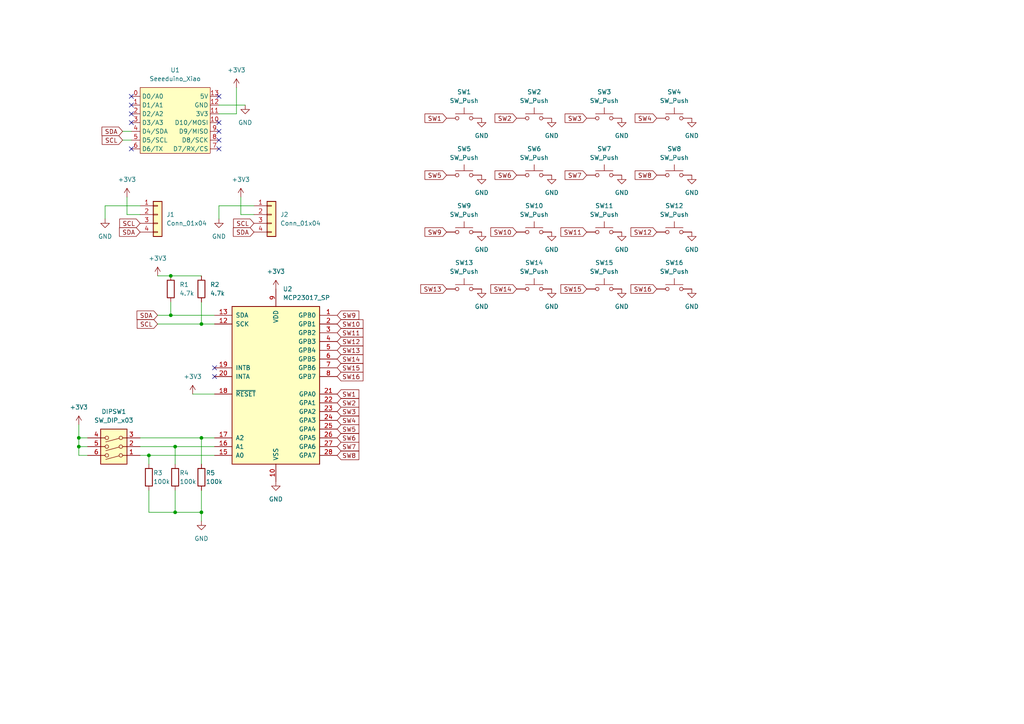
<source format=kicad_sch>
(kicad_sch (version 20211123) (generator eeschema)
  (paper "A4")
  (lib_symbols
    (symbol "1m38_kbd:Seeeduino_Xiao"
      (property "Reference" "U" (at 0 13.97 0))
      (property "Value" "Seeeduino_Xiao" (at 0 11.43 0))
      (symbol "Seeeduino_Xiao_0_1"
        (rectangle (start -10.16 10.16) (end 10.16 -8.89) (fill (type background)))
      )
      (symbol "Seeeduino_Xiao_1_1"
        (pin bidirectional line (at -12.7 7.62 0) (length 2.54) (name "D0/A0") (number "0"))
        (pin bidirectional line (at -12.7 5.08 0) (length 2.54) (name "D1/A1") (number "1"))
        (pin bidirectional line (at 12.7 0 180) (length 2.54) (name "D10/MOSI") (number "10"))
        (pin power_out line (at 12.7 2.54 180) (length 2.54) (name "3V3") (number "11"))
        (pin power_out line (at 12.7 5.08 180) (length 2.54) (name "GND") (number "12"))
        (pin power_out line (at 12.7 7.62 180) (length 2.54) (name "5V") (number "13"))
        (pin bidirectional line (at -12.7 2.54 0) (length 2.54) (name "D2/A2") (number "2"))
        (pin bidirectional line (at -12.7 0 0) (length 2.54) (name "D3/A3") (number "3"))
        (pin bidirectional line (at -12.7 -2.54 0) (length 2.54) (name "D4/SDA") (number "4"))
        (pin bidirectional line (at -12.7 -5.08 0) (length 2.54) (name "D5/SCL") (number "5"))
        (pin bidirectional line (at -12.7 -7.62 0) (length 2.54) (name "D6/TX") (number "6"))
        (pin bidirectional line (at 12.7 -7.62 180) (length 2.54) (name "D7/RX/CS") (number "7"))
        (pin bidirectional line (at 12.7 -5.08 180) (length 2.54) (name "D8/SCK") (number "8"))
        (pin bidirectional line (at 12.7 -2.54 180) (length 2.54) (name "D9/MISO") (number "9"))
      )
    )
    (symbol "Connector_Generic:Conn_01x04" (pin_names (offset 1.016) hide)
      (property "Reference" "J" (at 0 5.08 0))
      (property "Value" "Conn_01x04" (at 0 -7.62 0))
      (symbol "Conn_01x04_1_1"
        (rectangle (start -1.27 -4.953) (end 0 -5.207) (stroke (width 0.1524)))
        (rectangle (start -1.27 -2.413) (end 0 -2.667) (stroke (width 0.1524)))
        (rectangle (start -1.27 0.127) (end 0 -0.127) (stroke (width 0.1524)))
        (rectangle (start -1.27 2.667) (end 0 2.413) (stroke (width 0.1524)))
        (rectangle (start -1.27 3.81) (end 1.27 -6.35) (stroke (width 0.254)) (fill (type background)))
        (pin passive line (at -5.08 2.54 0) (length 3.81) (name "Pin_1") (number "1"))
        (pin passive line (at -5.08 0 0) (length 3.81) (name "Pin_2") (number "2"))
        (pin passive line (at -5.08 -2.54 0) (length 3.81) (name "Pin_3") (number "3"))
        (pin passive line (at -5.08 -5.08 0) (length 3.81) (name "Pin_4") (number "4"))
      )
    )
    (symbol "Device:R" (pin_numbers hide) (pin_names (offset 0))
      (property "Reference" "R" (at 2.032 0 90))
      (property "Value" "R" (at 0 0 90))
      (symbol "R_0_1"
        (rectangle (start -1.016 -2.54) (end 1.016 2.54) (stroke (width 0.254)))
      )
      (symbol "R_1_1"
        (pin passive line (at 0 3.81 270) (length 1.27) (name "~") (number "1"))
        (pin passive line (at 0 -3.81 90) (length 1.27) (name "~") (number "2"))
      )
    )
    (symbol "Interface_Expansion:MCP23017_SP" (pin_names (offset 1.016))
      (property "Reference" "U" (at -11.43 24.13 0))
      (property "Value" "MCP23017_SP" (at 0 0 0))
      (symbol "MCP23017_SP_0_1"
        (rectangle (start -12.7 22.86) (end 12.7 -22.86) (stroke (width 0.254)) (fill (type background)))
      )
      (symbol "MCP23017_SP_1_1"
        (pin bidirectional line (at 17.78 20.32 180) (length 5.08) (name "GPB0") (number "1"))
        (pin power_in line (at 0 -27.94 90) (length 5.08) (name "VSS") (number "10"))
        (pin no_connect line (at -12.7 15.24 0) (length 5.08) hide (name "NC") (number "11"))
        (pin input line (at -17.78 17.78 0) (length 5.08) (name "SCK") (number "12"))
        (pin bidirectional line (at -17.78 20.32 0) (length 5.08) (name "SDA") (number "13"))
        (pin no_connect line (at -12.7 12.7 0) (length 5.08) hide (name "NC") (number "14"))
        (pin input line (at -17.78 -20.32 0) (length 5.08) (name "A0") (number "15"))
        (pin input line (at -17.78 -17.78 0) (length 5.08) (name "A1") (number "16"))
        (pin input line (at -17.78 -15.24 0) (length 5.08) (name "A2") (number "17"))
        (pin input line (at -17.78 -2.54 0) (length 5.08) (name "~{RESET}") (number "18"))
        (pin tri_state line (at -17.78 5.08 0) (length 5.08) (name "INTB") (number "19"))
        (pin bidirectional line (at 17.78 17.78 180) (length 5.08) (name "GPB1") (number "2"))
        (pin tri_state line (at -17.78 2.54 0) (length 5.08) (name "INTA") (number "20"))
        (pin bidirectional line (at 17.78 -2.54 180) (length 5.08) (name "GPA0") (number "21"))
        (pin bidirectional line (at 17.78 -5.08 180) (length 5.08) (name "GPA1") (number "22"))
        (pin bidirectional line (at 17.78 -7.62 180) (length 5.08) (name "GPA2") (number "23"))
        (pin bidirectional line (at 17.78 -10.16 180) (length 5.08) (name "GPA3") (number "24"))
        (pin bidirectional line (at 17.78 -12.7 180) (length 5.08) (name "GPA4") (number "25"))
        (pin bidirectional line (at 17.78 -15.24 180) (length 5.08) (name "GPA5") (number "26"))
        (pin bidirectional line (at 17.78 -17.78 180) (length 5.08) (name "GPA6") (number "27"))
        (pin bidirectional line (at 17.78 -20.32 180) (length 5.08) (name "GPA7") (number "28"))
        (pin bidirectional line (at 17.78 15.24 180) (length 5.08) (name "GPB2") (number "3"))
        (pin bidirectional line (at 17.78 12.7 180) (length 5.08) (name "GPB3") (number "4"))
        (pin bidirectional line (at 17.78 10.16 180) (length 5.08) (name "GPB4") (number "5"))
        (pin bidirectional line (at 17.78 7.62 180) (length 5.08) (name "GPB5") (number "6"))
        (pin bidirectional line (at 17.78 5.08 180) (length 5.08) (name "GPB6") (number "7"))
        (pin bidirectional line (at 17.78 2.54 180) (length 5.08) (name "GPB7") (number "8"))
        (pin power_in line (at 0 27.94 270) (length 5.08) (name "VDD") (number "9"))
      )
    )
    (symbol "Switch:SW_DIP_x03" (pin_names (offset 0) hide)
      (property "Reference" "SW" (at 0 8.89 0))
      (property "Value" "SW_DIP_x03" (at 0 -3.81 0))
      (symbol "SW_DIP_x03_0_0"
        (circle (center -2.032 0) (radius 0.508))
        (circle (center -2.032 2.54) (radius 0.508))
        (circle (center -2.032 5.08) (radius 0.508))
        (polyline (pts (xy -1.524 0.127) (xy 2.3622 1.1684)))
        (polyline (pts (xy -1.524 2.667) (xy 2.3622 3.7084)))
        (polyline (pts (xy -1.524 5.207) (xy 2.3622 6.2484)))
        (circle (center 2.032 0) (radius 0.508))
        (circle (center 2.032 2.54) (radius 0.508))
        (circle (center 2.032 5.08) (radius 0.508))
      )
      (symbol "SW_DIP_x03_0_1"
        (rectangle (start -3.81 7.62) (end 3.81 -2.54) (stroke (width 0.254)) (fill (type background)))
      )
      (symbol "SW_DIP_x03_1_1"
        (pin passive line (at -7.62 5.08 0) (length 5.08) (name "~") (number "1"))
        (pin passive line (at -7.62 2.54 0) (length 5.08) (name "~") (number "2"))
        (pin passive line (at -7.62 0 0) (length 5.08) (name "~") (number "3"))
        (pin passive line (at 7.62 0 180) (length 5.08) (name "~") (number "4"))
        (pin passive line (at 7.62 2.54 180) (length 5.08) (name "~") (number "5"))
        (pin passive line (at 7.62 5.08 180) (length 5.08) (name "~") (number "6"))
      )
    )
    (symbol "Switch:SW_Push" (pin_numbers hide) (pin_names (offset 1.016) hide)
      (property "Reference" "SW" (at 1.27 2.54 0))
      (property "Value" "SW_Push" (at 0 -1.524 0))
      (symbol "SW_Push_0_1"
        (circle (center -2.032 0) (radius 0.508))
        (polyline (pts (xy 0 1.27) (xy 0 3.048)))
        (polyline (pts (xy 2.54 1.27) (xy -2.54 1.27)))
        (circle (center 2.032 0) (radius 0.508))
        (pin passive line (at -5.08 0 0) (length 2.54) (name "1") (number "1"))
        (pin passive line (at 5.08 0 180) (length 2.54) (name "2") (number "2"))
      )
    )
    (symbol "power:+3V3" (power) (pin_names (offset 0))
      (property "Value" "+3V3" (at 0 3.556 0))
      (symbol "+3V3_0_1"
        (polyline (pts (xy -0.762 1.27) (xy 0 2.54)))
        (polyline (pts (xy 0 0) (xy 0 2.54)))
        (polyline (pts (xy 0 2.54) (xy 0.762 1.27)))
      )
      (symbol "+3V3_1_1"
        (pin power_in line (at 0 0 90) (length 0) hide (name "+3V3") (number "1"))
      )
    )
    (symbol "power:GND" (power) (pin_names (offset 0))
      (property "Value" "GND" (at 0 -3.81 0))
      (symbol "GND_0_1"
        (polyline (pts (xy 0 0) (xy 0 -1.27) (xy 1.27 -1.27) (xy 0 -2.54) (xy -1.27 -1.27) (xy 0 -1.27)))
      )
      (symbol "GND_1_1"
        (pin power_in line (at 0 0 270) (length 0) hide (name "GND") (number "1"))
      )
    )
  )
  (junction (at 58.42 93.98))
  (junction (at 43.18 132.08))
  (junction (at 50.8 148.59))
  (junction (at 49.53 80.01))
  (junction (at 50.8 129.54))
  (junction (at 22.86 129.54))
  (junction (at 49.53 91.44))
  (junction (at 58.42 127))
  (junction (at 58.42 148.59))
  (junction (at 22.86 127))
  (no_connect (at 38.1 43.18))
  (no_connect (at 38.1 35.56))
  (no_connect (at 38.1 33.02))
  (no_connect (at 38.1 30.48))
  (no_connect (at 38.1 27.94))
  (no_connect (at 63.5 43.18))
  (no_connect (at 63.5 40.64))
  (no_connect (at 63.5 38.1))
  (no_connect (at 63.5 27.94))
  (no_connect (at 63.5 35.56))
  (no_connect (at 62.23 109.22))
  (no_connect (at 62.23 106.68))
  (wire (pts (xy 45.72 91.44) (xy 49.53 91.44)))
  (wire (pts (xy 58.42 87.63) (xy 58.42 93.98)))
  (wire (pts (xy 35.56 38.1) (xy 38.1 38.1)))
  (wire (pts (xy 55.88 114.3) (xy 62.23 114.3)))
  (wire (pts (xy 69.85 62.23) (xy 69.85 57.15)))
  (wire (pts (xy 58.42 148.59) (xy 58.42 151.13)))
  (wire (pts (xy 30.48 59.69) (xy 30.48 63.5)))
  (wire (pts (xy 49.53 91.44) (xy 62.23 91.44)))
  (wire (pts (xy 43.18 134.62) (xy 43.18 132.08)))
  (wire (pts (xy 22.86 129.54) (xy 25.4 129.54)))
  (wire (pts (xy 50.8 129.54) (xy 62.23 129.54)))
  (wire (pts (xy 50.8 148.59) (xy 58.42 148.59)))
  (wire (pts (xy 58.42 127) (xy 62.23 127)))
  (wire (pts (xy 49.53 87.63) (xy 49.53 91.44)))
  (wire (pts (xy 63.5 30.48) (xy 71.12 30.48)))
  (wire (pts (xy 45.72 93.98) (xy 58.42 93.98)))
  (wire (pts (xy 22.86 129.54) (xy 22.86 127)))
  (wire (pts (xy 43.18 142.24) (xy 43.18 148.59)))
  (wire (pts (xy 36.83 62.23) (xy 36.83 57.15)))
  (wire (pts (xy 22.86 123.19) (xy 22.86 127)))
  (wire (pts (xy 25.4 132.08) (xy 22.86 132.08)))
  (wire (pts (xy 45.72 80.01) (xy 49.53 80.01)))
  (wire (pts (xy 40.64 129.54) (xy 50.8 129.54)))
  (wire (pts (xy 58.42 93.98) (xy 62.23 93.98)))
  (wire (pts (xy 22.86 127) (xy 25.4 127)))
  (wire (pts (xy 68.58 33.02) (xy 63.5 33.02)))
  (wire (pts (xy 49.53 80.01) (xy 58.42 80.01)))
  (wire (pts (xy 40.64 132.08) (xy 43.18 132.08)))
  (wire (pts (xy 40.64 62.23) (xy 36.83 62.23)))
  (wire (pts (xy 63.5 59.69) (xy 63.5 63.5)))
  (wire (pts (xy 50.8 142.24) (xy 50.8 148.59)))
  (wire (pts (xy 35.56 40.64) (xy 38.1 40.64)))
  (wire (pts (xy 73.66 62.23) (xy 69.85 62.23)))
  (wire (pts (xy 73.66 59.69) (xy 63.5 59.69)))
  (wire (pts (xy 43.18 148.59) (xy 50.8 148.59)))
  (wire (pts (xy 58.42 142.24) (xy 58.42 148.59)))
  (wire (pts (xy 58.42 127) (xy 58.42 134.62)))
  (wire (pts (xy 50.8 134.62) (xy 50.8 129.54)))
  (wire (pts (xy 68.58 25.4) (xy 68.58 33.02)))
  (wire (pts (xy 43.18 132.08) (xy 62.23 132.08)))
  (wire (pts (xy 40.64 127) (xy 58.42 127)))
  (wire (pts (xy 40.64 59.69) (xy 30.48 59.69)))
  (wire (pts (xy 22.86 132.08) (xy 22.86 129.54)))
  (global_label "SW8" (shape input) (at 97.79 132.08 0) (property "Intersheet References" "${INTERSHEET_REFS}" (effects hide)))
  (global_label "SW10" (shape input) (at 149.86 67.31 180) (property "Intersheet References" "${INTERSHEET_REFS}" (effects hide)))
  (global_label "SW7" (shape input) (at 170.18 50.8 180) (property "Intersheet References" "${INTERSHEET_REFS}" (effects hide)))
  (global_label "SW3" (shape input) (at 97.79 119.38 0) (property "Intersheet References" "${INTERSHEET_REFS}" (effects hide)))
  (global_label "SDA" (shape input) (at 73.66 67.31 180) (property "Intersheet References" "${INTERSHEET_REFS}" (effects hide)))
  (global_label "SCL" (shape input) (at 73.66 64.77 180) (property "Intersheet References" "${INTERSHEET_REFS}" (effects hide)))
  (global_label "SW4" (shape input) (at 97.79 121.92 0) (property "Intersheet References" "${INTERSHEET_REFS}" (effects hide)))
  (global_label "SW11" (shape input) (at 170.18 67.31 180) (property "Intersheet References" "${INTERSHEET_REFS}" (effects hide)))
  (global_label "SW10" (shape input) (at 97.79 93.98 0) (property "Intersheet References" "${INTERSHEET_REFS}" (effects hide)))
  (global_label "SW16" (shape input) (at 97.79 109.22 0) (property "Intersheet References" "${INTERSHEET_REFS}" (effects hide)))
  (global_label "SW5" (shape input) (at 97.79 124.46 0) (property "Intersheet References" "${INTERSHEET_REFS}" (effects hide)))
  (global_label "SCL" (shape input) (at 45.72 93.98 180) (property "Intersheet References" "${INTERSHEET_REFS}" (effects hide)))
  (global_label "SDA" (shape input) (at 40.64 67.31 180) (property "Intersheet References" "${INTERSHEET_REFS}" (effects hide)))
  (global_label "SW3" (shape input) (at 170.18 34.29 180) (property "Intersheet References" "${INTERSHEET_REFS}" (effects hide)))
  (global_label "SDA" (shape input) (at 35.56 38.1 180) (property "Intersheet References" "${INTERSHEET_REFS}" (effects hide)))
  (global_label "SW2" (shape input) (at 97.79 116.84 0) (property "Intersheet References" "${INTERSHEET_REFS}" (effects hide)))
  (global_label "SW5" (shape input) (at 129.54 50.8 180) (property "Intersheet References" "${INTERSHEET_REFS}" (effects hide)))
  (global_label "SW1" (shape input) (at 97.79 114.3 0) (property "Intersheet References" "${INTERSHEET_REFS}" (effects hide)))
  (global_label "SW16" (shape input) (at 190.5 83.82 180) (property "Intersheet References" "${INTERSHEET_REFS}" (effects hide)))
  (global_label "SW8" (shape input) (at 190.5 50.8 180) (property "Intersheet References" "${INTERSHEET_REFS}" (effects hide)))
  (global_label "SW6" (shape input) (at 97.79 127 0) (property "Intersheet References" "${INTERSHEET_REFS}" (effects hide)))
  (global_label "SW12" (shape input) (at 190.5 67.31 180) (property "Intersheet References" "${INTERSHEET_REFS}" (effects hide)))
  (global_label "SDA" (shape input) (at 45.72 91.44 180) (property "Intersheet References" "${INTERSHEET_REFS}" (effects hide)))
  (global_label "SW7" (shape input) (at 97.79 129.54 0) (property "Intersheet References" "${INTERSHEET_REFS}" (effects hide)))
  (global_label "SW14" (shape input) (at 149.86 83.82 180) (property "Intersheet References" "${INTERSHEET_REFS}" (effects hide)))
  (global_label "SW9" (shape input) (at 129.54 67.31 180) (property "Intersheet References" "${INTERSHEET_REFS}" (effects hide)))
  (global_label "SW15" (shape input) (at 170.18 83.82 180) (property "Intersheet References" "${INTERSHEET_REFS}" (effects hide)))
  (global_label "SW4" (shape input) (at 190.5 34.29 180) (property "Intersheet References" "${INTERSHEET_REFS}" (effects hide)))
  (global_label "SW9" (shape input) (at 97.79 91.44 0) (property "Intersheet References" "${INTERSHEET_REFS}" (effects hide)))
  (global_label "SW2" (shape input) (at 149.86 34.29 180) (property "Intersheet References" "${INTERSHEET_REFS}" (effects hide)))
  (global_label "SW1" (shape input) (at 129.54 34.29 180) (property "Intersheet References" "${INTERSHEET_REFS}" (effects hide)))
  (global_label "SW14" (shape input) (at 97.79 104.14 0) (property "Intersheet References" "${INTERSHEET_REFS}" (effects hide)))
  (global_label "SW11" (shape input) (at 97.79 96.52 0) (property "Intersheet References" "${INTERSHEET_REFS}" (effects hide)))
  (global_label "SW12" (shape input) (at 97.79 99.06 0) (property "Intersheet References" "${INTERSHEET_REFS}" (effects hide)))
  (global_label "SCL" (shape input) (at 40.64 64.77 180) (property "Intersheet References" "${INTERSHEET_REFS}" (effects hide)))
  (global_label "SCL" (shape input) (at 35.56 40.64 180) (property "Intersheet References" "${INTERSHEET_REFS}" (effects hide)))
  (global_label "SW13" (shape input) (at 97.79 101.6 0) (property "Intersheet References" "${INTERSHEET_REFS}" (effects hide)))
  (global_label "SW6" (shape input) (at 149.86 50.8 180) (property "Intersheet References" "${INTERSHEET_REFS}" (effects hide)))
  (global_label "SW13" (shape input) (at 129.54 83.82 180) (property "Intersheet References" "${INTERSHEET_REFS}" (effects hide)))
  (global_label "SW15" (shape input) (at 97.79 106.68 0) (property "Intersheet References" "${INTERSHEET_REFS}" (effects hide)))
  (symbol (lib_id "Switch:SW_Push") (at 154.94 83.82 0) (unit 1)
    (property "Reference" "SW14" (at 154.94 76.2 0))
    (property "Value" "SW_Push" (at 154.94 78.74 0))
  )
  (symbol (lib_id "Device:R") (at 58.42 138.43 0) (unit 1)
    (property "Reference" "R5" (at 59.69 137.16 0) (effects (justify left)))
    (property "Value" "100k" (at 59.69 139.7 0) (effects (justify left)))
    (property "Footprint" "Resistor_THT:R_Axial_DIN0207_L6.3mm_D2.5mm_P10.16mm_Horizontal" (effects hide))
  )
  (symbol (lib_id "Switch:SW_Push") (at 195.58 67.31 0) (unit 1)
    (property "Reference" "SW12" (at 195.58 59.69 0))
    (property "Value" "SW_Push" (at 195.58 62.23 0))
  )
  (symbol (lib_id "Connector_Generic:Conn_01x04") (at 45.72 62.23 0) (unit 1)
    (property "Reference" "J1" (at 48.26 62.2299 0) (effects (justify left)))
    (property "Value" "Conn_01x04" (at 48.26 64.7699 0) (effects (justify left)))
    (property "Footprint" "Connector_PinHeader_2.54mm:PinHeader_1x04_P2.54mm_Vertical" (effects hide))
  )
  (symbol (lib_id "power:GND") (at 180.34 67.31 0) (unit 1)
    (property "Reference" "#PWR017" (effects hide))
    (property "Value" "GND" (at 180.34 72.39 0))
  )
  (symbol (lib_id "power:+3V3") (at 80.01 83.82 0) (unit 1)
    (property "Reference" "#PWR020" (effects hide))
    (property "Value" "+3V3" (at 80.01 78.74 0))
  )
  (symbol (lib_id "power:GND") (at 139.7 34.29 0) (unit 1)
    (property "Reference" "#PWR03" (effects hide))
    (property "Value" "GND" (at 139.7 39.37 0))
  )
  (symbol (lib_id "power:GND") (at 200.66 50.8 0) (unit 1)
    (property "Reference" "#PWR010" (effects hide))
    (property "Value" "GND" (at 200.66 55.88 0))
  )
  (symbol (lib_id "Switch:SW_Push") (at 154.94 50.8 0) (unit 1)
    (property "Reference" "SW6" (at 154.94 43.18 0))
    (property "Value" "SW_Push" (at 154.94 45.72 0))
  )
  (symbol (lib_id "Switch:SW_Push") (at 134.62 83.82 0) (unit 1)
    (property "Reference" "SW13" (at 134.62 76.2 0))
    (property "Value" "SW_Push" (at 134.62 78.74 0))
  )
  (symbol (lib_id "1m38_kbd:Seeeduino_Xiao") (at 50.8 35.56 0) (unit 1)
    (property "Reference" "U1" (at 50.8 20.32 0))
    (property "Value" "Seeeduino_Xiao" (at 50.8 22.86 0))
    (property "Footprint" "1m38_kbd:Seeed XIAO RP2040" (effects hide))
  )
  (symbol (lib_id "power:GND") (at 58.42 151.13 0) (unit 1)
    (property "Reference" "#PWR028" (effects hide))
    (property "Value" "GND" (at 58.42 156.21 0))
  )
  (symbol (lib_id "power:GND") (at 160.02 83.82 0) (unit 1)
    (property "Reference" "#PWR022" (effects hide))
    (property "Value" "GND" (at 160.02 88.9 0))
  )
  (symbol (lib_id "power:+3V3") (at 45.72 80.01 0) (unit 1)
    (property "Reference" "#PWR019" (effects hide))
    (property "Value" "+3V3" (at 45.72 74.93 0))
  )
  (symbol (lib_id "power:+3V3") (at 68.58 25.4 0) (unit 1)
    (property "Reference" "#PWR01" (effects hide))
    (property "Value" "+3V3" (at 68.58 20.32 0))
  )
  (symbol (lib_id "Switch:SW_Push") (at 195.58 34.29 0) (unit 1)
    (property "Reference" "SW4" (at 195.58 26.67 0))
    (property "Value" "SW_Push" (at 195.58 29.21 0))
  )
  (symbol (lib_id "power:GND") (at 160.02 67.31 0) (unit 1)
    (property "Reference" "#PWR016" (effects hide))
    (property "Value" "GND" (at 160.02 72.39 0))
  )
  (symbol (lib_id "power:GND") (at 160.02 34.29 0) (unit 1)
    (property "Reference" "#PWR04" (effects hide))
    (property "Value" "GND" (at 160.02 39.37 0))
  )
  (symbol (lib_id "Switch:SW_Push") (at 175.26 50.8 0) (unit 1)
    (property "Reference" "SW7" (at 175.26 43.18 0))
    (property "Value" "SW_Push" (at 175.26 45.72 0))
  )
  (symbol (lib_id "power:GND") (at 139.7 83.82 0) (unit 1)
    (property "Reference" "#PWR021" (effects hide))
    (property "Value" "GND" (at 139.7 88.9 0))
  )
  (symbol (lib_id "power:GND") (at 200.66 67.31 0) (unit 1)
    (property "Reference" "#PWR018" (effects hide))
    (property "Value" "GND" (at 200.66 72.39 0))
  )
  (symbol (lib_id "Switch:SW_Push") (at 134.62 34.29 0) (unit 1)
    (property "Reference" "SW1" (at 134.62 26.67 0))
    (property "Value" "SW_Push" (at 134.62 29.21 0))
  )
  (symbol (lib_id "Switch:SW_Push") (at 195.58 50.8 0) (unit 1)
    (property "Reference" "SW8" (at 195.58 43.18 0))
    (property "Value" "SW_Push" (at 195.58 45.72 0))
  )
  (symbol (lib_id "power:GND") (at 180.34 50.8 0) (unit 1)
    (property "Reference" "#PWR09" (effects hide))
    (property "Value" "GND" (at 180.34 55.88 0))
  )
  (symbol (lib_id "Device:R") (at 49.53 83.82 0) (unit 1)
    (property "Reference" "R1" (at 52.07 82.5499 0) (effects (justify left)))
    (property "Value" "4.7k" (at 52.07 85.0899 0) (effects (justify left)))
    (property "Footprint" "Resistor_THT:R_Axial_DIN0207_L6.3mm_D2.5mm_P10.16mm_Horizontal" (effects hide))
  )
  (symbol (lib_id "power:+3V3") (at 55.88 114.3 0) (unit 1)
    (property "Reference" "#PWR025" (effects hide))
    (property "Value" "+3V3" (at 55.88 109.22 0))
  )
  (symbol (lib_id "power:GND") (at 80.01 139.7 0) (unit 1)
    (property "Reference" "#PWR027" (effects hide))
    (property "Value" "GND" (at 80.01 144.78 0))
  )
  (symbol (lib_id "power:GND") (at 63.5 63.5 0) (unit 1)
    (property "Reference" "#PWR014" (effects hide))
    (property "Value" "GND" (at 63.5 68.58 0))
  )
  (symbol (lib_id "power:GND") (at 160.02 50.8 0) (unit 1)
    (property "Reference" "#PWR08" (effects hide))
    (property "Value" "GND" (at 160.02 55.88 0))
  )
  (symbol (lib_id "Switch:SW_Push") (at 175.26 67.31 0) (unit 1)
    (property "Reference" "SW11" (at 175.26 59.69 0))
    (property "Value" "SW_Push" (at 175.26 62.23 0))
  )
  (symbol (lib_id "Switch:SW_Push") (at 134.62 50.8 0) (unit 1)
    (property "Reference" "SW5" (at 134.62 43.18 0))
    (property "Value" "SW_Push" (at 134.62 45.72 0))
  )
  (symbol (lib_id "Switch:SW_Push") (at 195.58 83.82 0) (unit 1)
    (property "Reference" "SW16" (at 195.58 76.2 0))
    (property "Value" "SW_Push" (at 195.58 78.74 0))
  )
  (symbol (lib_id "power:+3V3") (at 22.86 123.19 0) (unit 1)
    (property "Reference" "#PWR026" (effects hide))
    (property "Value" "+3V3" (at 22.86 118.11 0))
  )
  (symbol (lib_id "power:GND") (at 139.7 67.31 0) (unit 1)
    (property "Reference" "#PWR015" (effects hide))
    (property "Value" "GND" (at 139.7 72.39 0))
  )
  (symbol (lib_id "Switch:SW_Push") (at 175.26 34.29 0) (unit 1)
    (property "Reference" "SW3" (at 175.26 26.67 0))
    (property "Value" "SW_Push" (at 175.26 29.21 0))
  )
  (symbol (lib_id "Interface_Expansion:MCP23017_SP") (at 80.01 111.76 0) (unit 1)
    (property "Reference" "U2" (at 82.0294 83.82 0) (effects (justify left)))
    (property "Value" "MCP23017_SP" (at 82.0294 86.36 0) (effects (justify left)))
    (property "Footprint" "Package_DIP:DIP-28_W7.62mm" (effects hide))
    (property "Datasheet" "http://ww1.microchip.com/downloads/en/DeviceDoc/20001952C.pdf" (effects hide))
  )
  (symbol (lib_id "Device:R") (at 50.8 138.43 0) (unit 1)
    (property "Reference" "R4" (at 52.07 137.16 0) (effects (justify left)))
    (property "Value" "100k" (at 52.07 139.7 0) (effects (justify left)))
    (property "Footprint" "Resistor_THT:R_Axial_DIN0207_L6.3mm_D2.5mm_P10.16mm_Horizontal" (effects hide))
  )
  (symbol (lib_id "power:GND") (at 180.34 83.82 0) (unit 1)
    (property "Reference" "#PWR023" (effects hide))
    (property "Value" "GND" (at 180.34 88.9 0))
  )
  (symbol (lib_id "Switch:SW_Push") (at 134.62 67.31 0) (unit 1)
    (property "Reference" "SW9" (at 134.62 59.69 0))
    (property "Value" "SW_Push" (at 134.62 62.23 0))
  )
  (symbol (lib_id "power:GND") (at 71.12 30.48 0) (unit 1)
    (property "Reference" "#PWR02" (effects hide))
    (property "Value" "GND" (at 71.12 35.56 0))
  )
  (symbol (lib_id "power:+3V3") (at 69.85 57.15 0) (unit 1)
    (property "Reference" "#PWR012" (effects hide))
    (property "Value" "+3V3" (at 69.85 52.07 0))
  )
  (symbol (lib_id "Switch:SW_Push") (at 154.94 67.31 0) (unit 1)
    (property "Reference" "SW10" (at 154.94 59.69 0))
    (property "Value" "SW_Push" (at 154.94 62.23 0))
  )
  (symbol (lib_id "power:+3V3") (at 36.83 57.15 0) (unit 1)
    (property "Reference" "#PWR011" (effects hide))
    (property "Value" "+3V3" (at 36.83 52.07 0))
  )
  (symbol (lib_id "power:GND") (at 30.48 63.5 0) (unit 1)
    (property "Reference" "#PWR013" (effects hide))
    (property "Value" "GND" (at 30.48 68.58 0))
  )
  (symbol (lib_id "power:GND") (at 139.7 50.8 0) (unit 1)
    (property "Reference" "#PWR07" (effects hide))
    (property "Value" "GND" (at 139.7 55.88 0))
  )
  (symbol (lib_id "Switch:SW_DIP_x03") (at 33.02 127 180) (unit 1)
    (property "Reference" "DIPSW1" (at 33.02 119.38 0))
    (property "Value" "SW_DIP_x03" (at 33.02 121.92 0))
    (property "Footprint" "Package_DIP:DIP-6_W7.62mm" (effects hide))
  )
  (symbol (lib_id "power:GND") (at 200.66 34.29 0) (unit 1)
    (property "Reference" "#PWR06" (effects hide))
    (property "Value" "GND" (at 200.66 39.37 0))
  )
  (symbol (lib_id "Switch:SW_Push") (at 154.94 34.29 0) (unit 1)
    (property "Reference" "SW2" (at 154.94 26.67 0))
    (property "Value" "SW_Push" (at 154.94 29.21 0))
  )
  (symbol (lib_id "Device:R") (at 43.18 138.43 0) (unit 1)
    (property "Reference" "R3" (at 44.45 137.16 0) (effects (justify left)))
    (property "Value" "100k" (at 44.45 139.7 0) (effects (justify left)))
    (property "Footprint" "Resistor_THT:R_Axial_DIN0207_L6.3mm_D2.5mm_P10.16mm_Horizontal" (effects hide))
  )
  (symbol (lib_id "power:GND") (at 180.34 34.29 0) (unit 1)
    (property "Reference" "#PWR05" (effects hide))
    (property "Value" "GND" (at 180.34 39.37 0))
  )
  (symbol (lib_id "Switch:SW_Push") (at 175.26 83.82 0) (unit 1)
    (property "Reference" "SW15" (at 175.26 76.2 0))
    (property "Value" "SW_Push" (at 175.26 78.74 0))
  )
  (symbol (lib_id "power:GND") (at 200.66 83.82 0) (unit 1)
    (property "Reference" "#PWR024" (effects hide))
    (property "Value" "GND" (at 200.66 88.9 0))
  )
  (symbol (lib_id "Connector_Generic:Conn_01x04") (at 78.74 62.23 0) (unit 1)
    (property "Reference" "J2" (at 81.28 62.2299 0) (effects (justify left)))
    (property "Value" "Conn_01x04" (at 81.28 64.7699 0) (effects (justify left)))
    (property "Footprint" "Connector_PinHeader_2.54mm:PinHeader_1x04_P2.54mm_Vertical" (effects hide))
  )
  (symbol (lib_id "Device:R") (at 58.42 83.82 0) (unit 1)
    (property "Reference" "R2" (at 60.96 82.5499 0) (effects (justify left)))
    (property "Value" "4.7k" (at 60.96 85.0899 0) (effects (justify left)))
    (property "Footprint" "Resistor_THT:R_Axial_DIN0207_L6.3mm_D2.5mm_P10.16mm_Horizontal" (effects hide))
  )
)
</source>
